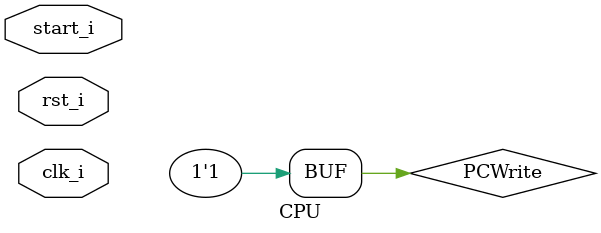
<source format=v>
`define R_TYPE      7'b0110011
`define I_TYPE      7'b0010011
`define LOAD_TYPE   7'b0000011
`define STORE_TYPE  7'b0100011
`define BRANCH_TYPE 7'b1100011
`define MEM         1'b1
`define REG         1'b0
`define IMM         1'b1
// ALUOp constant
`define R_OP        2'b10
`define B_OP        2'b01
`define OTHER_OP    2'b00
// ALUCtrl constant
`define ADD         3'b010
`define SUB         3'b110
`define MUL         3'b011
`define AND         3'b000
`define OR          3'b001

module CPU
(
    clk_i, 
    rst_i,
    start_i
);

// Ports
input           clk_i;
input           rst_i;
input           start_i;

parameter instr_length = 32'b100;
// Wires and Registers
// PC
wire            PCWrite;
wire            PCSrc;
wire    [31:0]  pc_IF;
wire    [31:0]  pc_ID;
wire    [31:0]  pc_EX;
wire    [31:0]  pc_next;
wire    [31:0]  pc_branch_ID;

wire    [31:0]  pc_plus_four;
// Instr
wire    [31:0]  instr_IF;
wire    [31:0]  instr_ID;
wire    [6:0]   Op;
wire    [4:0]   RS1addr_ID;
wire    [4:0]   RS1addr_EX;
wire    [4:0]   RS2addr_ID;
wire    [4:0]   RS2addr_EX;
wire    [4:0]   RDaddr_ID;
wire    [4:0]   RDaddr_EX;
wire    [4:0]   RDaddr_MEM;
wire    [4:0]   RDaddr_WB;
wire    [9:0]   funct_ID;
wire    [9:0]   funct_EX;
// Parsing instr
assign  Op              =   instr_ID[6:0];
assign  RS1addr         =   instr_ID[19:15];
assign  RS2addr         =   instr_ID[24:20];
assign  RDaddr_ID       =   instr_ID[11:7];
assign  funct_ID        =   {instr_ID[31:25], instr_ID[14:12]};
// Control
wire            Branch_ID;
wire            Branch_ID_Control;
wire            MemRead_ID;
wire            MemRead_ID_Control;
wire            MemRead_EX;
wire            MemRead_MEM;
wire            MemtoReg_ID;
wire            MemtoReg_ID_Control;
wire            MemtoReg_EX;
wire            MemtoReg_MEM;
wire            MemtoReg_WB;
wire    [1:0]   ALUOp_ID;
wire    [1:0]   ALUOp_ID_Control;
wire    [1:0]   ALUOp_EX;
wire            MemWrite_ID;
wire            MemWrite_ID_Control;
wire            MemWrite_EX;
wire            MemWrite_MEM;
wire            ALUSrc_ID;
wire            ALUSrc_ID_Control;
wire            ALUSrc_EX;
wire            RegWrite_ID;
wire            RegWrite_ID_Control;
wire            RegWrite_EX;
wire            RegWrite_MEM;
wire            RegWrite_WB;
// Register and Immediate
wire    [31:0]  RS1data_ID;
wire    [31:0]  RS1data_EX;
wire    [31:0]  RS2data_ID;
wire    [31:0]  RS2data_EX;
wire    [31:0]  RS2data_MEM;
wire    [31:0]  RDdata;
wire    [31:0]  imm_ID;
wire    [31:0]  imm_EX;
wire    [31:0]  RS2data_imm;
// Shift
wire    [31:0]  branch_offset;
// ALU
wire            Zero_ID;
wire    [31:0]  ALU_src1_select_EX;
wire    [31:0]  ALU_src2_select_EX;
wire    [2:0]   ALUCtrl;
wire    [31:0]  ALUResult_EX;
wire    [31:0]  ALUResult_MEM;
wire    [31:0]  ALUResult_WB;
// Data Memory
wire    [31:0]  Memdata_MEM;
wire    [31:0]  Memdata_WB;

// without pipeline
assign PCWrite = 1;


// Module declaration
// IF stage

PC PC(
    .clk_i          (clk_i),
    .rst_i          (rst_i),
    .start_i        (start_i),
    .PCWrite_i      (PCWrite),      // TODO
    .pc_i           (pc_next),
    .pc_o           (pc_IF)
);

Adder Adder1(
    .data1_in       (pc_IF),
    .data2_in       (instr_length),
    .data_o         (pc_plus_four)
);

MUX32 PC_MUX32(
    .data1_i        (pc_plus_four),
    .data2_i        (pc_branch_ID),
    .select_i       (Branch_ID),
    .data_o         (pc_next)
);

Instruction_Memory Instruction_Memory(
    .addr_i         (pc_IF),
    .instr_o        (instr_IF)
);
// IF/ID pipeline register
IF_ID IF_ID(
    .clk_i          (clk_i),
    .rst_i          (rst_i),
    .start_i        (start_i),
    .pc_i           (pc_IF),
    .instr_i        (instr_IF),
    .pc_o           (pc_ID),
    .instr_o        (instr_ID)
);
// ID stage
Registers Registers(
    .clk_i          (clk_i),
    .RS1addr_i      (RS1addr_ID),
    .RS2addr_i      (RS2addr_ID),
    .RDaddr_i       (RDaddr_WB),
    .RDdata_i       (RDdata),
    .RegWrite_i     (RegWrite_WB),
    .RS1data_o      (RS1data_ID),
    .RS2data_o      (RS2data_ID)
);

Equal Equal(
    .RS1_i(RS1data_ID),
    .RS2_i(RS2data_ID),
    .Zero_o(Zero_ID),
);

Imm_Gen Imm_Gen(
    .data_i         (instr_ID),
    .data_o         (imm_ID)
);

Shift Shift(
    .data_i         (imm_ID),
    .data_o         (branch_offset)
);

Adder Adder2(
    .data1_in       (pc_ID),
    .data2_in       (branch_offset),
    .data_o         (pc_branch_ID)
);

Control Control(
    .Op_i           (Op),
    .Zero_i         (Zero_ID),
    .Branch_o       (Branch_ID_Control),
    .MemRead_o      (MemRead_ID_Control),
    .MemtoReg_o     (MemtoReg_ID_Control),
    .ALUOp_o        (ALUOp_ID_Control),
    .MemWrite_o     (MemWrite_ID_Control),
    .ALUSrc_o       (ALUSrc_ID_Control),
    .RegWrite_o     (RegWrite_ID_Control)
);

MUX7 MUX7(
    .IsHazard       (),                     //TODO
    .Branch_i       (Branch_ID_Control),
    .MemRead_i      (MemRead_ID_Control),
    .MemtoReg_i     (MemtoReg_ID_Control),
    .ALUOp_i        (ALUOp_ID_Control),
    .MemWrite_i     (MemWrite_ID_Control),
    .ALUSrc_i       (ALUSrc_ID_Control),
    .RegWrite_i     (RegWrite_ID_Control),
    .Branch_o       (Branch_ID),
    .MemRead_o      (MemRead_ID),
    .MemtoReg_o     (MemtoReg_ID),
    .ALUOp_o        (ALUOp_ID),
    .MemWrite_o     (MemWrite_ID),
    .ALUSrc_o       (ALUSrc_ID),
    .RegWrite_o     (RegWrite_ID)
);

// ID/EX pipeline register
ID_EX ID_EX(
    .clk_i          (clk_i),
    .rst_i          (rst_i),
    .start_i        (start_i),
    .pc_i           (pc_ID),
    .MemRead_i      (MemRead_ID),
    .MemtoReg_i     (MemtoReg_ID),
    .ALUOp_i        (ALUOp_ID),
    .MemWrite_i     (MemWrite_ID),
    .ALUSrc_i       (ALUSrc_ID),
    .RegWrite_i     (RegWrite_ID),
    .RS1data_i      (RS1data_ID),
    .RS2data_i      (RS2data_ID),
    .imm_i          (imm_ID),
    .funct_i        (funct_ID),
    .RDaddr_i       (RDaddr_ID),
    .RS1addr_i      (RS1addr_ID),
    .RS2addr_i      (RS2addr_ID),

    .pc_o           (pc_EX),
    .MemRead_o      (MemRead_EX),
    .MemtoReg_o     (MemtoReg_EX),
    .ALUOp_o        (ALUOp_EX),
    .MemWrite_o     (MemWrite_EX),
    .ALUSrc_o       (ALUSrc_EX),
    .RegWrite_o     (RegWrite_EX),
    .RS1data_o      (RS1data_EX),
    .RS2data_o      (RS2data_EX),
    .imm_o          (imm_EX),
    .funct_o        (funct_EX),
    .RDaddr_o       (RDaddr_EX),
    .RS1addr_o      (RS1addr_EX),
    .RS2addr_o      (RS2addr_EX)
);
// forwarding input : RS1addr_EX, RS2addr_EX
// EX stage

Forwarding Forwarding(
    .EX_MEM_RegWrite      (MemtoReg_MEM),
    .MEM_WB_RegWrite      (MemtoReg_WB),
    .ID_EX_RS1addr_i      (RS1addr_EX),
    .ID_EX_RS2addr_i      (RS2addr_EX),
    .EX_MEM_RDaddr_i      (RDaddr_MEM),
    .MEM_WB_RDaddr_i      (RDaddr_WB),
    .ALU_src1_select_o    (ALU_src1_select_EX),
    .ALU_src2_select_o    (ALU_src2_select_EX),
);

MUX32 RS2_IMM_MUX32(
    .data1_i        (RS2data_EX),
    .data2_i        (imm_EX),
    .select_i       (ALUSrc_EX),
    .data_o         (RS2data_imm)
);

ALU_Control ALU_Control(
    .funct_i        (funct_EX),
    .ALUOp_i        (ALUOp_EX),
    .ALUCtrl_o      (ALUCtrl)
);

ALU ALU(
    .data1_i        (RS1data_EX),
    .data2_i        (RS2data_imm),
    .ALUCtrl_i      (ALUCtrl),
    .data_o         (ALUResult_EX),
);

// EX_MEM pipeline register
EX_MEM EX_MEM(
    .clk_i          (clk_i),
    .rst_i          (rst_i),
    .start_i        (start_i),
    .ALUResult_i    (ALUResult_EX),
    .RS2data_i      (RS2data_EX),
    .MemRead_i      (MemRead_EX),
    .MemtoReg_i     (MemtoReg_EX),
    .MemWrite_i     (MemWrite_EX),
    .RegWrite_i     (RegWrite_EX),
    .RDaddr_i       (RDaddr_EX),

    .ALUResult_o    (ALUResult_MEM),
    .RS2data_o      (RS2data_MEM),
    .MemRead_o      (MemRead_MEM),
    .MemtoReg_o     (MemtoReg_MEM),
    .MemWrite_o     (MemWrite_MEM),
    .RegWrite_o     (RegWrite_MEM),
    .RDaddr_o       (RDaddr_MEM)
);


// MEM stage
Data_Memory Data_Memory(
    .clk_i          (clk_i),
    .addr_i         (ALUResult_MEM),
    .MemWrite_i     (MemWrite_MEM),
    .data_i         (RS2data_MEM),
    .data_o         (Memdata_MEM)
);

// MEM_WB pipeline register
MEM_WB MEM_WB(
    .clk_i          (clk_i),
    .rst_i          (rst_i),
    .start_i        (start_i),
    .RegWrite_i     (RegWrite_MEM),
    .Memdata_i      (Memdata_MEM),
    .ALUResult_i    (ALUResult_MEM),
    .MemtoReg_i     (MemtoReg_MEM),
    .RDaddr_i       (RDaddr_MEM),

    .RegWrite_o     (RegWrite_WB),
    .Memdata_o      (Memdata_WB),
    .ALUResult_o    (ALUResult_WB),
    .MemtoReg_o     (MemtoReg_WB),
    .RDaddr_o       (RDaddr_WB)
);

// WB stage
MUX32 ALU_MEM_MUX32(
    .data1_i        (ALUResult_WB),
    .data2_i        (Memdata_WB),
    .select_i       (MemtoReg_WB),
    .data_o         (RDdata)
);

endmodule


</source>
